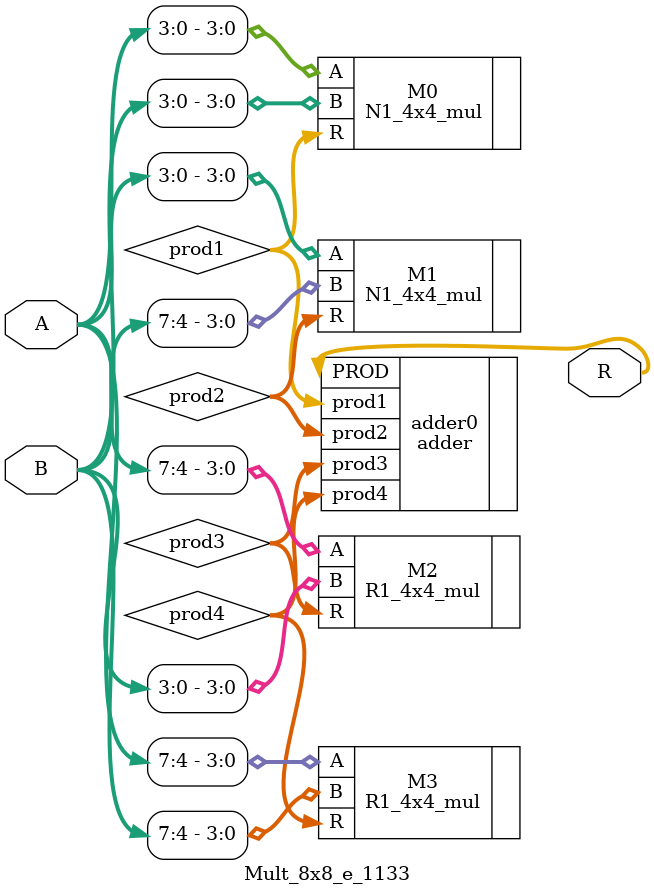
<source format=v>
module Mult_8x8_e_1133(
input [7:0] A,
input [7:0] B,
output [15:0]R
);
wire [7:0]prod1;
wire [7:0]prod2;
wire [7:0]prod3;
wire [7:0]prod4;

N1_4x4_mul M0(.A(A[3:0]),.B(B[3:0]),.R(prod1));
N1_4x4_mul M1(.A(A[3:0]),.B(B[7:4]),.R(prod2));
R1_4x4_mul M2(.A(A[7:4]),.B(B[3:0]),.R(prod3));
R1_4x4_mul M3(.A(A[7:4]),.B(B[7:4]),.R(prod4));
adder adder0(.prod1(prod1),.prod2(prod2),.prod3(prod3),.prod4(prod4),.PROD(R));
endmodule

</source>
